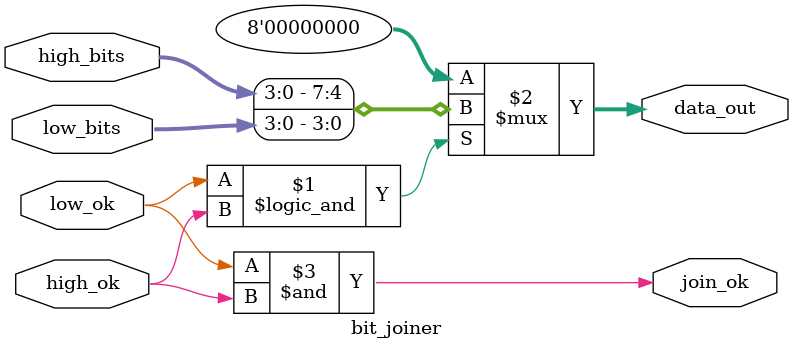
<source format=v>
module bit_joiner #(
  parameter LOW_WIDTH  = 4,
  parameter HIGH_WIDTH = 4
) (
  input  wire [LOW_WIDTH-1:0]  low_bits,
  input  wire [HIGH_WIDTH-1:0] high_bits,
  input  wire                  low_ok,
  input  wire                  high_ok,
  output wire 						 join_ok,
  output wire [LOW_WIDTH+HIGH_WIDTH-1:0] data_out
);

assign data_out = (low_ok && high_ok) ? {high_bits, low_bits} : {LOW_WIDTH+HIGH_WIDTH{1'b0}};
assign join_ok = low_ok & high_ok;

endmodule

</source>
